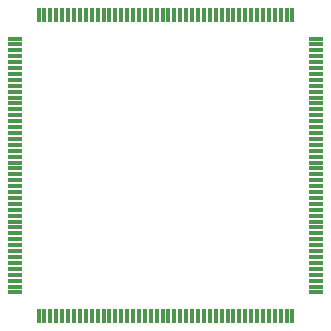
<source format=gbr>
%TF.GenerationSoftware,Altium Limited,Altium Designer,20.2.5 (213)*%
G04 Layer_Color=8388736*
%FSLAX44Y44*%
%MOMM*%
%TF.SameCoordinates,159794D8-7842-4491-B27A-FE66E37C9FAE*%
%TF.FilePolarity,Negative*%
%TF.FileFunction,Soldermask,Top*%
%TF.Part,Single*%
G01*
G75*
%TA.AperFunction,SMDPad,CuDef*%
%ADD21R,1.1938X0.3048*%
%ADD22R,0.3048X1.1938*%
D21*
X383040Y798860D02*
D03*
Y803860D02*
D03*
Y683860D02*
D03*
Y678860D02*
D03*
Y663860D02*
D03*
Y668860D02*
D03*
Y673860D02*
D03*
Y688860D02*
D03*
X638040Y828860D02*
D03*
Y823860D02*
D03*
Y818860D02*
D03*
Y813860D02*
D03*
Y808860D02*
D03*
Y803860D02*
D03*
Y798860D02*
D03*
Y793860D02*
D03*
Y788860D02*
D03*
Y783860D02*
D03*
Y778860D02*
D03*
Y773860D02*
D03*
Y768860D02*
D03*
Y763860D02*
D03*
Y758860D02*
D03*
Y753860D02*
D03*
Y748860D02*
D03*
Y743860D02*
D03*
Y738860D02*
D03*
Y733860D02*
D03*
Y728860D02*
D03*
Y723860D02*
D03*
Y718860D02*
D03*
Y713860D02*
D03*
Y708860D02*
D03*
Y703860D02*
D03*
Y698860D02*
D03*
Y693860D02*
D03*
Y688860D02*
D03*
Y683860D02*
D03*
Y678860D02*
D03*
Y673860D02*
D03*
Y668860D02*
D03*
Y663860D02*
D03*
Y658860D02*
D03*
Y653860D02*
D03*
Y648860D02*
D03*
Y643860D02*
D03*
Y638860D02*
D03*
Y633860D02*
D03*
Y628860D02*
D03*
Y623860D02*
D03*
Y618860D02*
D03*
Y613860D02*
D03*
X383040Y613860D02*
D03*
Y618860D02*
D03*
Y623860D02*
D03*
Y628860D02*
D03*
Y633860D02*
D03*
Y638860D02*
D03*
Y643860D02*
D03*
Y648860D02*
D03*
Y653860D02*
D03*
Y658860D02*
D03*
Y693860D02*
D03*
Y698860D02*
D03*
Y703860D02*
D03*
Y708860D02*
D03*
Y713860D02*
D03*
Y718860D02*
D03*
Y723860D02*
D03*
Y728860D02*
D03*
Y733860D02*
D03*
Y738860D02*
D03*
Y743860D02*
D03*
Y748860D02*
D03*
Y753860D02*
D03*
Y758860D02*
D03*
Y763860D02*
D03*
Y768860D02*
D03*
Y773860D02*
D03*
Y778860D02*
D03*
Y783860D02*
D03*
Y788860D02*
D03*
Y793860D02*
D03*
Y808860D02*
D03*
Y813860D02*
D03*
Y818860D02*
D03*
Y823860D02*
D03*
Y828860D02*
D03*
D22*
X543040Y848860D02*
D03*
X538040D02*
D03*
X533040D02*
D03*
X528040D02*
D03*
X618040Y593860D02*
D03*
X613040D02*
D03*
X608040D02*
D03*
X603040D02*
D03*
X598040D02*
D03*
X593040D02*
D03*
X588040D02*
D03*
X583040D02*
D03*
X578040D02*
D03*
X573040D02*
D03*
X568040D02*
D03*
X563040D02*
D03*
X558040D02*
D03*
X553040D02*
D03*
X548040D02*
D03*
X543040D02*
D03*
X538040D02*
D03*
X533040D02*
D03*
X528040D02*
D03*
X523040D02*
D03*
X518040D02*
D03*
X513040D02*
D03*
X508040D02*
D03*
X503040D02*
D03*
X498040D02*
D03*
X493040D02*
D03*
X488040D02*
D03*
X483040D02*
D03*
X478040D02*
D03*
X473040D02*
D03*
X468040D02*
D03*
X463040D02*
D03*
X458040D02*
D03*
X453040D02*
D03*
X448040D02*
D03*
X443040D02*
D03*
X438040D02*
D03*
X433040D02*
D03*
X428040D02*
D03*
X423040D02*
D03*
X418040D02*
D03*
X413040D02*
D03*
X408040D02*
D03*
X403040D02*
D03*
X403040Y848860D02*
D03*
X408040D02*
D03*
X413040D02*
D03*
X418040D02*
D03*
X423040D02*
D03*
X428040D02*
D03*
X433040D02*
D03*
X438040D02*
D03*
X443040D02*
D03*
X448040D02*
D03*
X453040D02*
D03*
X458040D02*
D03*
X463040D02*
D03*
X468040D02*
D03*
X473040D02*
D03*
X478040D02*
D03*
X483040D02*
D03*
X488040D02*
D03*
X493040D02*
D03*
X498040D02*
D03*
X503040D02*
D03*
X508040D02*
D03*
X513040D02*
D03*
X518040D02*
D03*
X523040D02*
D03*
X548040D02*
D03*
X553040D02*
D03*
X558040D02*
D03*
X563040D02*
D03*
X568040D02*
D03*
X573040D02*
D03*
X578040D02*
D03*
X583040D02*
D03*
X588040D02*
D03*
X593040D02*
D03*
X598040D02*
D03*
X603040D02*
D03*
X608040D02*
D03*
X613040D02*
D03*
X618040D02*
D03*
%TF.MD5,0cc6b94832653698abf35740c5dcb10f*%
M02*

</source>
